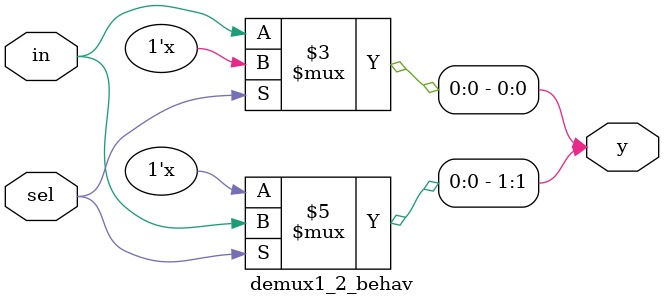
<source format=v>
`timescale 1ns / 1ps

/*module demux_1_to_2 (
    input  in,      
    input sel,     
    output reg out0,    
    output reg out1
);

    always @(*) 
    begin
        if (sel == 0) 
        begin
            out0 = in;  
            out1 = 0;   
        end 
        else
         begin
            out0 = 0;  
            out1 = in;  
        end
        end
endmodule
*/
/*module demux_1_to_2 (
    input  in,       // Input signal
    input  sel,      // Select signal
    output reg out0, // Output 0
    output reg out1  // Output 1
);

    always @(*) begin
        // Using case statement for select line
        case (sel)
            1'b0: begin
                out0 = in;  // Route input to out0
                out1 = 0;   // Set out1 to 0
            end
            1'b1: begin
                out0 = 0;   // Set out0 to 0
                out1 = in;  // Route input to out1
            end
            default: begin
                out0 = 0;   // Default case: outputs are 0
                out1 = 0;
            end
        endcase
    end

endmodule*/
//Data flow modelling
 /*module demux1_2 (in,sel,y);
    input  in;     
    input sel;     
    output [1:0]y; 
    assign y[0]=(~sel)&(in);
    assign y[1]=(sel)&(in);
    endmodule
    */
    module demux1_2_behav (in, sel, y);
    input in;      // Input signal
    input sel;     // Selection signal
    output reg [1:0] y; // 2-bit output (using reg type for procedural assignment)
    
    // Behavioral description using case statement
    always @(*) begin
        case(sel)
            1'd0: y[0] = in;  // If sel = 0, y[0] = in, y[1] = 0
            1'd1: y[1] = in;  // If sel = 1, y[0] = 0, y[1] = in
            default: y = 2'b00; // Default case to avoid latches (not really needed here)
        endcase
    end
endmodule

</source>
